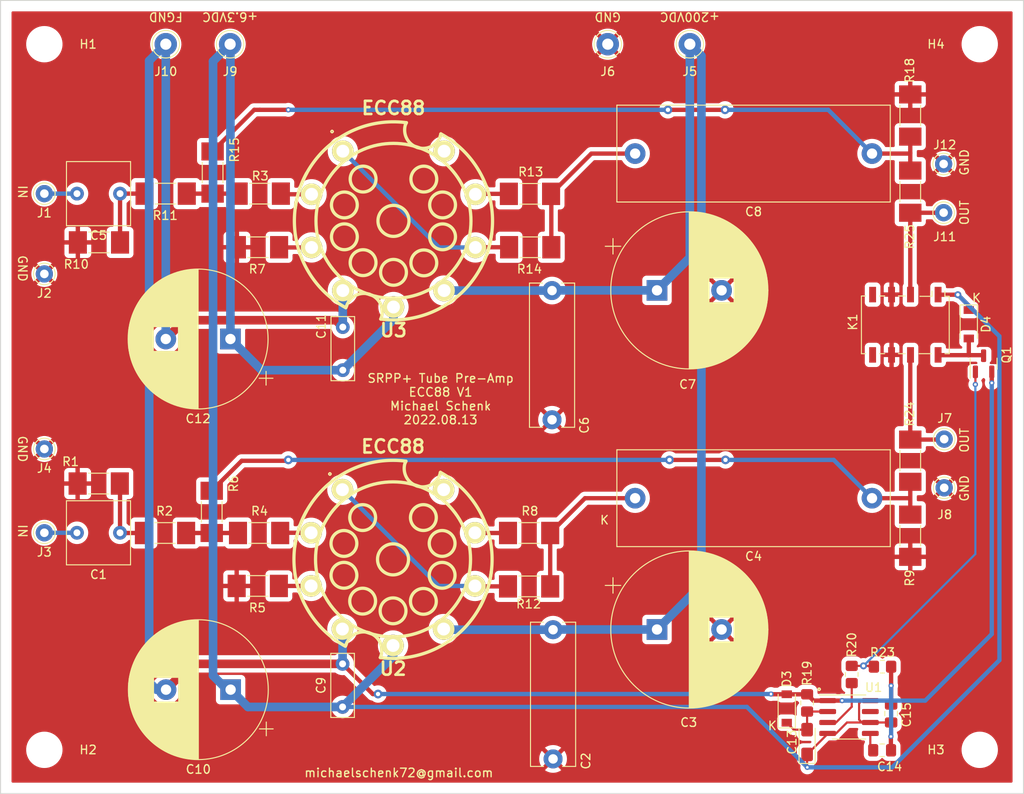
<source format=kicad_pcb>
(kicad_pcb (version 20211014) (generator pcbnew)
  (layers (0 "F.Cu" signal) (31 "B.Cu" signal) (34 "B.Paste" user) (35 "F.Paste" user) (36 "B.SilkS" user "B.Silkscreen") (37 "F.SilkS" user "F.Silkscreen") (38 "B.Mask" user) (39 "F.Mask" user) (44 "Edge.Cuts" user))
  (net 0 "")
  (net 1 "Net-(C1-Pad2)")
  (net 2 "Net-(C1-Pad1)")
  (net 3 "GND")
  (net 4 "VDDA")
  (net 5 "Net-(C4-Pad2)")
  (net 6 "Net-(C4-Pad1)")
  (net 7 "Net-(R25-Pad2)")
  (net 8 "Net-(C5-Pad2)")
  (net 9 "Net-(C5-Pad1)")
  (net 10 "Net-(C8-Pad2)")
  (net 11 "FVCC")
  (net 12 "Net-(R11-Pad1)")
  (net 13 "FGND")
  (net 14 "Net-(R6-Pad2)")
  (net 15 "Net-(R3-Pad2)")
  (net 16 "Net-(R4-Pad2)")
  (net 17 "Net-(C13-Pad2)")
  (net 18 "Net-(C14-Pad1)")
  (net 19 "Net-(D4-Pad2)")
  (net 20 "Net-(J11-Pad1)")
  (net 21 "Net-(Q1-Pad1)")
  (net 22 "Net-(R20-Pad2)")
  (net 23 "Net-(J7-Pad1)")
  (net 27 "Net-(R5-Pad1)")
  (net 28 "Net-(R7-Pad1)")
  (net 29 "Net-(R8-Pad1)")
  (net 30 "Net-(R12-Pad2)")
  (net 31 "Net-(R13-Pad1)")
  (net 32 "Net-(R14-Pad2)")
  (footprint "Capacitor_THT:C_Rect_L7.2mm_W7.2mm_P5.00mm_FKS2_FKP2_MKS2_MKP2" (layer "F.Cu") (at 52.5996 132.9182 180)
    (fp_text reference "C1" (at 2.5 -4.85) (layer "F.SilkS"))
    (fp_text value "3.3uF")
    (pad "1" thru_hole circle (at 0 0 180) (size 1.6 1.6) (drill 0.8) (layers *.Cu *.Mask) (net 2 "Net-(C1-Pad1)"))
    (pad "2" thru_hole circle (at 5 0 180) (size 1.6 1.6) (drill 0.8) (layers *.Cu *.Mask) (net 1 "Net-(C1-Pad2)"))
  )
  (footprint "Capacitor_THT:C_Rect_L16.5mm_W5.0mm_P15.00mm_MKT" (layer "F.Cu") (at 102.87 144.1704 -90)
    (fp_text reference "C2" (at 15.24 -3.81 90) (layer "F.SilkS"))
    (fp_text value "100nF")
    (pad "1" thru_hole circle (at 0 0 270) (size 2.2 2.2) (drill 1.1) (layers *.Cu *.Mask) (net 4 "VDDA"))
    (pad "2" thru_hole circle (at 15 0 270) (size 2.2 2.2) (drill 1.1) (layers *.Cu *.Mask) (net 3 "GND"))
  )
  (footprint "Capacitor_THT:CP_Radial_D18.0mm_P7.50mm" (layer "F.Cu") (at 114.935 144.145)
    (fp_text reference "C3" (at 3.683 10.795) (layer "F.SilkS"))
    (fp_text value "100uF")
    (pad "1" thru_hole rect (at 0 0) (size 2.4 2.4) (drill 1.2) (layers *.Cu *.Mask) (net 4 "VDDA"))
    (pad "2" thru_hole circle (at 7.5 0) (size 2.4 2.4) (drill 1.2) (layers *.Cu *.Mask) (net 3 "GND"))
  )
  (footprint "Capacitor_THT:C_Rect_L31.5mm_W11.0mm_P27.50mm_MKS4" (layer "F.Cu") (at 139.895 128.905 180)
    (fp_text reference "C4" (at 13.75 -6.75) (layer "F.SilkS"))
    (fp_text value "2.2uF")
    (pad "1" thru_hole circle (at 0 0 180) (size 2.4 2.4) (drill 1.2) (layers *.Cu *.Mask) (net 6 "Net-(C4-Pad1)"))
    (pad "2" thru_hole circle (at 27.5 0 180) (size 2.4 2.4) (drill 1.2) (layers *.Cu *.Mask) (net 5 "Net-(C4-Pad2)"))
  )
  (footprint "MountingHole:MountingHole_3.2mm_M3" (layer "F.Cu") (at 43.815 76.2)
    (fp_text reference "H1" (at 5.08 0) (layer "F.SilkS"))
    (fp_text value "MountingHole")
    (pad "" np_thru_hole circle (at 0 0) (size 3.2 3.2) (drill 3.2) (layers *.Cu *.Mask))
  )
  (footprint "MountingHole:MountingHole_3.2mm_M3" (layer "F.Cu") (at 43.815 158.115)
    (fp_text reference "H2" (at 5.08 0) (layer "F.SilkS"))
    (fp_text value "MountingHole")
    (pad "" np_thru_hole circle (at 0 0) (size 3.2 3.2) (drill 3.2) (layers *.Cu *.Mask))
  )
  (footprint "MountingHole:MountingHole_3.2mm_M3" (layer "F.Cu") (at 152.4 158.115)
    (fp_text reference "H3" (at -5.08 0) (layer "F.SilkS"))
    (fp_text value "MountingHole")
    (pad "" np_thru_hole circle (at 0 0) (size 3.2 3.2) (drill 3.2) (layers *.Cu *.Mask))
  )
  (footprint "MountingHole:MountingHole_3.2mm_M3" (layer "F.Cu") (at 152.4 76.2)
    (fp_text reference "H4" (at -5.08 0) (layer "F.SilkS"))
    (fp_text value "MountingHole")
    (pad "" np_thru_hole circle (at 0 0) (size 3.2 3.2) (drill 3.2) (layers *.Cu *.Mask))
  )
  (footprint "Connector_Pin:Pin_D1.0mm_L10.0mm" (layer "F.Cu") (at 43.815 132.9182)
    (fp_text reference "J3" (at 0 2.25) (layer "F.SilkS"))
    (fp_text value "Conn_01x01")
    (pad "1" thru_hole circle (at 0 0) (size 2 2) (drill 1) (layers *.Cu *.Mask) (net 1 "Net-(C1-Pad2)"))
  )
  (footprint "Connector_Pin:Pin_D1.0mm_L10.0mm" (layer "F.Cu") (at 43.815 123.19)
    (fp_text reference "J4" (at 0 2.25) (layer "F.SilkS"))
    (fp_text value "Conn_01x01")
    (pad "1" thru_hole circle (at 0 0) (size 2 2) (drill 1) (layers *.Cu *.Mask) (net 3 "GND"))
  )
  (footprint "Connector_Pin:Pin_D1.3mm_L11.0mm" (layer "F.Cu") (at 118.745 76.2)
    (fp_text reference "J5" (at 0 3.175) (layer "F.SilkS"))
    (fp_text value "Conn_01x01")
    (pad "1" thru_hole circle (at 0 0) (size 2.6 2.6) (drill 1.3) (layers *.Cu *.Mask) (net 4 "VDDA"))
  )
  (footprint "Connector_Pin:Pin_D1.3mm_L11.0mm" (layer "F.Cu") (at 109.22 76.2)
    (fp_text reference "J6" (at 0 3.175) (layer "F.SilkS"))
    (fp_text value "Conn_01x01")
    (pad "1" thru_hole circle (at 0 0) (size 2.6 2.6) (drill 1.3) (layers *.Cu *.Mask) (net 3 "GND"))
  )
  (footprint "Connector_Pin:Pin_D1.0mm_L10.0mm" (layer "F.Cu") (at 148.2725 127.6985)
    (fp_text reference "J8" (at 0.0635 3.1115) (layer "F.SilkS"))
    (fp_text value "Conn_01x01")
    (pad "1" thru_hole circle (at 0 0) (size 2 2) (drill 1) (layers *.Cu *.Mask) (net 3 "GND"))
  )
  (footprint "Resistor_SMD:R_MELF_MMB-0207" (layer "F.Cu") (at 50.128 127.2032 180)
    (fp_text reference "R1" (at 3.265 2.54) (layer "F.SilkS"))
    (fp_text value "1Meg")
    (pad "1" smd rect (at -2.45 0 180) (size 2.1 2.6) (layers "F.Cu" "F.Paste" "F.Mask") (net 2 "Net-(C1-Pad1)"))
    (pad "2" smd rect (at 2.45 0 180) (size 2.1 2.6) (layers "F.Cu" "F.Paste" "F.Mask") (net 3 "GND"))
  )
  (footprint "Resistor_SMD:R_MELF_MMB-0207" (layer "F.Cu") (at 57.822 132.9436 180)
    (fp_text reference "R2" (at 0.05 2.54) (layer "F.SilkS"))
    (fp_text value "47k")
    (pad "1" smd rect (at -2.45 0 180) (size 2.1 2.6) (layers "F.Cu" "F.Paste" "F.Mask") (net 14 "Net-(R6-Pad2)"))
    (pad "2" smd rect (at 2.45 0 180) (size 2.1 2.6) (layers "F.Cu" "F.Paste" "F.Mask") (net 2 "Net-(C1-Pad1)"))
  )
  (footprint "Resistor_SMD:R_MELF_MMB-0207" (layer "F.Cu") (at 68.8224 93.55)
    (fp_text reference "R3" (at 0.05 -2.05) (layer "F.SilkS"))
    (fp_text value "300R")
    (pad "1" smd rect (at -2.45 0) (size 2.1 2.6) (layers "F.Cu" "F.Paste" "F.Mask") (net 12 "Net-(R11-Pad1)"))
    (pad "2" smd rect (at 2.45 0) (size 2.1 2.6) (layers "F.Cu" "F.Paste" "F.Mask") (net 15 "Net-(R3-Pad2)"))
  )
  (footprint "Resistor_SMD:R_MELF_MMB-0207" (layer "F.Cu") (at 68.744 132.9436)
    (fp_text reference "R4" (at 0.05 -2.54) (layer "F.SilkS"))
    (fp_text value "300R")
    (pad "1" smd rect (at -2.45 0) (size 2.1 2.6) (layers "F.Cu" "F.Paste" "F.Mask") (net 14 "Net-(R6-Pad2)"))
    (pad "2" smd rect (at 2.45 0) (size 2.1 2.6) (layers "F.Cu" "F.Paste" "F.Mask") (net 16 "Net-(R4-Pad2)"))
  )
  (footprint "Resistor_SMD:R_MELF_MMB-0207" (layer "F.Cu") (at 68.5916 139.0904 180)
    (fp_text reference "R5" (at 0.05 -2.54) (layer "F.SilkS"))
    (fp_text value "200R")
    (pad "1" smd rect (at -2.45 0 180) (size 2.1 2.6) (layers "F.Cu" "F.Paste" "F.Mask") (net 27 "Net-(R5-Pad1)"))
    (pad "2" smd rect (at 2.45 0 180) (size 2.1 2.6) (layers "F.Cu" "F.Paste" "F.Mask") (net 3 "GND"))
  )
  (footprint "Resistor_SMD:R_MELF_MMB-0207" (layer "F.Cu") (at 63.246 130.4936 -90)
    (fp_text reference "R6" (at -3.265 -2.54 90) (layer "F.SilkS"))
    (fp_text value "100k")
    (pad "1" smd rect (at -2.45 0 270) (size 2.1 2.6) (layers "F.Cu" "F.Paste" "F.Mask") (net 6 "Net-(C4-Pad1)"))
    (pad "2" smd rect (at 2.45 0 270) (size 2.1 2.6) (layers "F.Cu" "F.Paste" "F.Mask") (net 14 "Net-(R6-Pad2)"))
  )
  (footprint "Resistor_SMD:R_MELF_MMB-0207" (layer "F.Cu") (at 68.617 99.7712 180)
    (fp_text reference "R7" (at 0.09 -2.54) (layer "F.SilkS"))
    (fp_text value "200R")
    (pad "1" smd rect (at -2.45 0 180) (size 2.1 2.6) (layers "F.Cu" "F.Paste" "F.Mask") (net 28 "Net-(R7-Pad1)"))
    (pad "2" smd rect (at 2.45 0 180) (size 2.1 2.6) (layers "F.Cu" "F.Paste" "F.Mask") (net 3 "GND"))
  )
  (footprint "Resistor_SMD:R_MELF_MMB-0207" (layer "F.Cu") (at 100.0876 132.9436)
    (fp_text reference "R8" (at 0.09 -2.54) (layer "F.SilkS"))
    (fp_text value "150R")
    (pad "1" smd rect (at -2.45 0) (size 2.1 2.6) (layers "F.Cu" "F.Paste" "F.Mask") (net 29 "Net-(R8-Pad1)"))
    (pad "2" smd rect (at 2.45 0) (size 2.1 2.6) (layers "F.Cu" "F.Paste" "F.Mask") (net 5 "Net-(C4-Pad2)"))
  )
  (footprint "Resistor_SMD:R_MELF_MMB-0207" (layer "F.Cu") (at 144.3355 133.26 90)
    (fp_text reference "R9" (at -4.916 -0.0635 90) (layer "F.SilkS"))
    (fp_text value "1Meg")
    (pad "1" smd rect (at -2.45 0 90) (size 2.1 2.6) (layers "F.Cu" "F.Paste" "F.Mask") (net 3 "GND"))
    (pad "2" smd rect (at 2.45 0 90) (size 2.1 2.6) (layers "F.Cu" "F.Paste" "F.Mask") (net 6 "Net-(C4-Pad1)"))
  )
  (footprint "Capacitor_THT:C_Rect_L7.2mm_W7.2mm_P5.00mm_FKS2_FKP2_MKS2_MKP2" (layer "F.Cu") (at 52.6034 93.5482 180)
    (fp_text reference "C5" (at 2.5 -4.85) (layer "F.SilkS"))
    (fp_text value "3.3uF")
    (pad "1" thru_hole circle (at 0 0 180) (size 1.6 1.6) (drill 0.8) (layers *.Cu *.Mask) (net 9 "Net-(C5-Pad1)"))
    (pad "2" thru_hole circle (at 5 0 180) (size 1.6 1.6) (drill 0.8) (layers *.Cu *.Mask) (net 8 "Net-(C5-Pad2)"))
  )
  (footprint "Capacitor_THT:C_Rect_L16.5mm_W5.0mm_P15.00mm_MKT" (layer "F.Cu") (at 102.75 104.8 -90)
    (fp_text reference "C6" (at 15.635 -3.75 90) (layer "F.SilkS"))
    (fp_text value "100nF")
    (pad "1" thru_hole circle (at 0 0 270) (size 2.2 2.2) (drill 1.1) (layers *.Cu *.Mask) (net 4 "VDDA"))
    (pad "2" thru_hole circle (at 15 0 270) (size 2.2 2.2) (drill 1.1) (layers *.Cu *.Mask) (net 3 "GND"))
  )
  (footprint "Capacitor_THT:CP_Radial_D18.0mm_P7.50mm" (layer "F.Cu") (at 114.935 104.775)
    (fp_text reference "C7" (at 3.556 10.922) (layer "F.SilkS"))
    (fp_text value "100uF")
    (pad "1" thru_hole rect (at 0 0) (size 2.4 2.4) (drill 1.2) (layers *.Cu *.Mask) (net 4 "VDDA"))
    (pad "2" thru_hole circle (at 7.5 0) (size 2.4 2.4) (drill 1.2) (layers *.Cu *.Mask) (net 3 "GND"))
  )
  (footprint "Capacitor_THT:C_Rect_L31.5mm_W11.0mm_P27.50mm_MKS4" (layer "F.Cu") (at 139.895 88.9 180)
    (fp_text reference "C8" (at 13.75 -6.75) (layer "F.SilkS"))
    (fp_text value "2.2uF")
    (pad "1" thru_hole circle (at 0 0 180) (size 2.4 2.4) (drill 1.2) (layers *.Cu *.Mask) (net 7 "Net-(R25-Pad2)"))
    (pad "2" thru_hole circle (at 27.5 0 180) (size 2.4 2.4) (drill 1.2) (layers *.Cu *.Mask) (net 10 "Net-(C8-Pad2)"))
  )
  (footprint "Connector_Pin:Pin_D1.0mm_L10.0mm" (layer "F.Cu") (at 43.815 93.5482)
    (fp_text reference "J1" (at 0 2.25) (layer "F.SilkS"))
    (fp_text value "Conn_01x01")
    (pad "1" thru_hole circle (at 0 0) (size 2 2) (drill 1) (layers *.Cu *.Mask) (net 8 "Net-(C5-Pad2)"))
  )
  (footprint "Connector_Pin:Pin_D1.0mm_L10.0mm" (layer "F.Cu") (at 43.815 102.87)
    (fp_text reference "J2" (at 0 2.25) (layer "F.SilkS"))
    (fp_text value "Conn_01x01")
    (pad "1" thru_hole circle (at 0 0) (size 2 2) (drill 1) (layers *.Cu *.Mask) (net 3 "GND"))
  )
  (footprint "Connector_Pin:Pin_D1.3mm_L11.0mm" (layer "F.Cu") (at 65.3796 76.2)
    (fp_text reference "J9" (at 0 3.175) (layer "F.SilkS"))
    (fp_text value "Conn_01x01")
    (pad "1" thru_hole circle (at 0 0) (size 2.6 2.6) (drill 1.3) (layers *.Cu *.Mask) (net 11 "FVCC"))
  )
  (footprint "Connector_Pin:Pin_D1.3mm_L11.0mm" (layer "F.Cu") (at 57.912 76.2)
    (fp_text reference "J10" (at 0 3.175) (layer "F.SilkS"))
    (fp_text value "Conn_01x01")
    (pad "1" thru_hole circle (at 0 0) (size 2.6 2.6) (drill 1.3) (layers *.Cu *.Mask) (net 13 "FGND"))
  )
  (footprint "Connector_Pin:Pin_D1.0mm_L10.0mm" (layer "F.Cu") (at 148.209 95.758)
    (fp_text reference "J11" (at 0.127 2.794) (layer "F.SilkS"))
    (fp_text value "Conn_01x01")
    (pad "1" thru_hole circle (at 0 0) (size 2 2) (drill 1) (layers *.Cu *.Mask) (net 20 "Net-(J11-Pad1)"))
  )
  (footprint "Connector_Pin:Pin_D1.0mm_L10.0mm" (layer "F.Cu") (at 148.209 90.1065)
    (fp_text reference "J12" (at 0.127 -2.2225) (layer "F.SilkS"))
    (fp_text value "Conn_01x01")
    (pad "1" thru_hole circle (at 0 0) (size 2 2) (drill 1) (layers *.Cu *.Mask) (net 3 "GND"))
  )
  (footprint "Resistor_SMD:R_MELF_MMB-0207" (layer "F.Cu") (at 50.1534 99.2124 180)
    (fp_text reference "R10" (at 2.63 -2.54) (layer "F.SilkS"))
    (fp_text value "1Meg")
    (pad "1" smd rect (at -2.45 0 180) (size 2.1 2.6) (layers "F.Cu" "F.Paste" "F.Mask") (net 9 "Net-(C5-Pad1)"))
    (pad "2" smd rect (at 2.45 0 180) (size 2.1 2.6) (layers "F.Cu" "F.Paste" "F.Mask") (net 3 "GND"))
  )
  (footprint "Resistor_SMD:R_MELF_MMB-0207" (layer "F.Cu") (at 57.8982 93.5482 180)
    (fp_text reference "R11" (at 0.05 -2.54) (layer "F.SilkS"))
    (fp_text value "47k")
    (pad "1" smd rect (at -2.45 0 180) (size 2.1 2.6) (layers "F.Cu" "F.Paste" "F.Mask") (net 12 "Net-(R11-Pad1)"))
    (pad "2" smd rect (at 2.45 0 180) (size 2.1 2.6) (layers "F.Cu" "F.Paste" "F.Mask") (net 9 "Net-(C5-Pad1)"))
  )
  (footprint "Resistor_SMD:R_MELF_MMB-0207" (layer "F.Cu") (at 100.0876 139.1412 180)
    (fp_text reference "R12" (at 0.05 -2.05) (layer "F.SilkS"))
    (fp_text value "50.1R")
    (pad "1" smd rect (at -2.45 0 180) (size 2.1 2.6) (layers "F.Cu" "F.Paste" "F.Mask") (net 5 "Net-(C4-Pad2)"))
    (pad "2" smd rect (at 2.45 0 180) (size 2.1 2.6) (layers "F.Cu" "F.Paste" "F.Mask") (net 30 "Net-(R12-Pad2)"))
  )
  (footprint "Resistor_SMD:R_MELF_MMB-0207" (layer "F.Cu") (at 100.1892 93.5736)
    (fp_text reference "R13" (at 0.09 -2.54) (layer "F.SilkS"))
    (fp_text value "150R")
    (pad "1" smd rect (at -2.45 0) (size 2.1 2.6) (layers "F.Cu" "F.Paste" "F.Mask") (net 31 "Net-(R13-Pad1)"))
    (pad "2" smd rect (at 2.45 0) (size 2.1 2.6) (layers "F.Cu" "F.Paste" "F.Mask") (net 10 "Net-(C8-Pad2)"))
  )
  (footprint "Resistor_SMD:R_MELF_MMB-0207" (layer "F.Cu") (at 100.2168 99.7712 180)
    (fp_text reference "R14" (at 0.09 -2.54) (layer "F.SilkS"))
    (fp_text value "50.1R")
    (pad "1" smd rect (at -2.45 0 180) (size 2.1 2.6) (layers "F.Cu" "F.Paste" "F.Mask") (net 10 "Net-(C8-Pad2)"))
    (pad "2" smd rect (at 2.45 0 180) (size 2.1 2.6) (layers "F.Cu" "F.Paste" "F.Mask") (net 32 "Net-(R14-Pad2)"))
  )
  (footprint "Resistor_SMD:R_MELF_MMB-0207" (layer "F.Cu") (at 63.3476 91.1 -90)
    (fp_text reference "R15" (at -2.63 -2.54 90) (layer "F.SilkS"))
    (fp_text value "100k")
    (pad "1" smd rect (at -2.45 0 270) (size 2.1 2.6) (layers "F.Cu" "F.Paste" "F.Mask") (net 7 "Net-(R25-Pad2)"))
    (pad "2" smd rect (at 2.45 0 270) (size 2.1 2.6) (layers "F.Cu" "F.Paste" "F.Mask") (net 12 "Net-(R11-Pad1)"))
  )
  (footprint "Resistor_SMD:R_MELF_MMB-0207" (layer "F.Cu") (at 144.3355 84.4815 90)
    (fp_text reference "R18" (at 5.2335 -0.0635 90) (layer "F.SilkS"))
    (fp_text value "1Meg")
    (pad "1" smd rect (at -2.45 0 90) (size 2.1 2.6) (layers "F.Cu" "F.Paste" "F.Mask") (net 7 "Net-(R25-Pad2)"))
    (pad "2" smd rect (at 2.45 0 90) (size 2.1 2.6) (layers "F.Cu" "F.Paste" "F.Mask") (net 3 "GND"))
  )
  (footprint "Capacitor_THT:C_Rect_L7.2mm_W2.5mm_P5.00mm_FKS2_FKP2_MKS2_MKP2" (layer "F.Cu") (at 78.4352 153.1366 90)
    (fp_text reference "C9" (at 2.5 -2.5 90) (layer "F.SilkS"))
    (fp_text value "100nF")
    (pad "1" thru_hole circle (at 0 0 90) (size 1.6 1.6) (drill 0.8) (layers *.Cu *.Mask) (net 11 "FVCC"))
    (pad "2" thru_hole circle (at 5 0 90) (size 1.6 1.6) (drill 0.8) (layers *.Cu *.Mask) (net 13 "FGND"))
  )
  (footprint "Capacitor_THT:CP_Radial_D16.0mm_P7.50mm" (layer "F.Cu") (at 65.439617 151.13 180)
    (fp_text reference "C10" (at 3.75 -9.25) (layer "F.SilkS"))
    (fp_text value "2200uF")
    (pad "1" thru_hole rect (at 0 0 180) (size 2.4 2.4) (drill 1.2) (layers *.Cu *.Mask) (net 11 "FVCC"))
    (pad "2" thru_hole circle (at 7.5 0 180) (size 2.4 2.4) (drill 1.2) (layers *.Cu *.Mask) (net 13 "FGND"))
  )
  (footprint "Capacitor_THT:C_Rect_L7.2mm_W2.5mm_P5.00mm_FKS2_FKP2_MKS2_MKP2" (layer "F.Cu") (at 78.4606 114.0422 90)
    (fp_text reference "C11" (at 5.08 -2.5 90) (layer "F.SilkS"))
    (fp_text value "100nF")
    (pad "1" thru_hole circle (at 0 0 90) (size 1.6 1.6) (drill 0.8) (layers *.Cu *.Mask) (net 11 "FVCC"))
    (pad "2" thru_hole circle (at 5 0 90) (size 1.6 1.6) (drill 0.8) (layers *.Cu *.Mask) (net 13 "FGND"))
  )
  (footprint "Capacitor_THT:CP_Radial_D16.0mm_P7.50mm" (layer "F.Cu") (at 65.414217 110.424512 180)
    (fp_text reference "C12" (at 3.75 -9.25) (layer "F.SilkS"))
    (fp_text value "2200uF")
    (pad "1" thru_hole rect (at 0 0 180) (size 2.4 2.4) (drill 1.2) (layers *.Cu *.Mask) (net 11 "FVCC"))
    (pad "2" thru_hole circle (at 7.5 0 180) (size 2.4 2.4) (drill 1.2) (layers *.Cu *.Mask) (net 13 "FGND"))
  )
  (footprint "Relay_SMD:Relay_DPDT_Omron_G6K-2F-Y" (layer "F.Cu") (at 143.764 108.768 -90)
    (fp_text reference "K1" (at -0.31 6.096 90) (layer "F.SilkS"))
    (fp_text value "G6K-2")
    (pad "1" smd rect (at -3.5 -3.8 270) (size 1.8 0.8) (layers "F.Cu" "F.Paste" "F.Mask") (net 11 "FVCC"))
    (pad "2" smd rect (at -3.5 -0.6 270) (size 1.8 0.8) (layers "F.Cu" "F.Paste" "F.Mask") (net 20 "Net-(J11-Pad1)"))
    (pad "3" smd rect (at -3.5 1.6 270) (size 1.8 0.8) (layers "F.Cu" "F.Paste" "F.Mask") (net 3 "GND"))
    (pad "4" smd rect (at -3.5 3.8 270) (size 1.8 0.8) (layers "F.Cu" "F.Paste" "F.Mask"))
    (pad "5" smd rect (at 3.5 3.8 270) (size 1.8 0.8) (layers "F.Cu" "F.Paste" "F.Mask"))
    (pad "6" smd rect (at 3.5 1.6 270) (size 1.8 0.8) (layers "F.Cu" "F.Paste" "F.Mask") (net 3 "GND"))
    (pad "7" smd rect (at 3.5 -0.6 270) (size 1.8 0.8) (layers "F.Cu" "F.Paste" "F.Mask") (net 23 "Net-(J7-Pad1)"))
    (pad "8" smd rect (at 3.5 -3.8 270) (size 1.8 0.8) (layers "F.Cu" "F.Paste" "F.Mask") (net 19 "Net-(D4-Pad2)"))
  )
  (footprint "Capacitor_Tantalum_SMD:CP_EIA-3216-12_Kemet-S_Pad1.58x1.35mm_HandSolder" (layer "F.Cu") (at 132.3594 157.2109 90)
    (fp_text reference "C13" (at 0 -1.75 90) (layer "F.SilkS"))
    (fp_text value "15uF/25V")
    (pad "1" smd roundrect (at -1.4375 0 90) (size 1.575 1.35) (layers "F.Cu" "F.Paste" "F.Mask") (roundrect_rratio 0.185185) (net 11 "FVCC"))
    (pad "2" smd roundrect (at 1.4375 0 90) (size 1.575 1.35) (layers "F.Cu" "F.Paste" "F.Mask") (roundrect_rratio 0.185185) (net 17 "Net-(C13-Pad2)"))
  )
  (footprint "Capacitor_SMD:C_0805_2012Metric_Pad1.18x1.45mm_HandSolder" (layer "F.Cu") (at 141.0677 158.1658)
    (fp_text reference "C14" (at 0.8675 1.905) (layer "F.SilkS"))
    (fp_text value "100nF/50V")
    (pad "1" smd roundrect (at -1.0375 0) (size 1.175 1.45) (layers "F.Cu" "F.Paste" "F.Mask") (roundrect_rratio 0.212766) (net 18 "Net-(C14-Pad1)"))
    (pad "2" smd roundrect (at 1.0375 0) (size 1.175 1.45) (layers "F.Cu" "F.Paste" "F.Mask") (roundrect_rratio 0.212766) (net 13 "FGND"))
  )
  (footprint "Capacitor_SMD:C_0805_2012Metric_Pad1.18x1.45mm_HandSolder" (layer "F.Cu") (at 142.113 153.9025 90)
    (fp_text reference "C15" (at -0.1485 1.778 90) (layer "F.SilkS"))
    (fp_text value "100nF/50V")
    (pad "1" smd roundrect (at -1.0375 0 90) (size 1.175 1.45) (layers "F.Cu" "F.Paste" "F.Mask") (roundrect_rratio 0.212766) (net 11 "FVCC"))
    (pad "2" smd roundrect (at 1.0375 0 90) (size 1.175 1.45) (layers "F.Cu" "F.Paste" "F.Mask") (roundrect_rratio 0.212766) (net 13 "FGND"))
  )
  (footprint "Diode_SMD:D_SOD-123" (layer "F.Cu") (at 129.9972 153.3134 90)
    (fp_text reference "D3" (at 3.429 0 90) (layer "F.SilkS"))
    (fp_text value "1N4148W")
    (pad "1" smd rect (at -1.65 0 90) (size 0.9 1.2) (layers "F.Cu" "F.Paste" "F.Mask") (net 17 "Net-(C13-Pad2)"))
    (pad "2" smd rect (at 1.65 0 90) (size 0.9 1.2) (layers "F.Cu" "F.Paste" "F.Mask") (net 13 "FGND"))
  )
  (footprint "Diode_SMD:D_SOD-123" (layer "F.Cu") (at 151.13 108.712 -90)
    (fp_text reference "D4" (at 0 -2 90) (layer "F.SilkS"))
    (fp_text value "1N4148W")
    (pad "1" smd rect (at -1.65 0 270) (size 0.9 1.2) (layers "F.Cu" "F.Paste" "F.Mask") (net 11 "FVCC"))
    (pad "2" smd rect (at 1.65 0 270) (size 0.9 1.2) (layers "F.Cu" "F.Paste" "F.Mask") (net 19 "Net-(D4-Pad2)"))
  )
  (footprint "Package_TO_SOT_SMD:SOT-23" (layer "F.Cu") (at 152.847 113.3 90)
    (fp_text reference "Q1" (at 1.032 2.667 90) (layer "F.SilkS"))
    (fp_text value "MMBT3904")
    (pad "1" smd roundrect (at -0.9375 -0.95 90) (size 1.475 0.6) (layers "F.Cu" "F.Paste" "F.Mask") (net 21 "Net-(Q1-Pad1)"))
    (pad "2" smd roundrect (at -0.9375 0.95 90) (size 1.475 0.6) (layers "F.Cu" "F.Paste" "F.Mask") (net 13 "FGND"))
    (pad "3" smd roundrect (at 0.9375 0 90) (size 1.475 0.6) (layers "F.Cu" "F.Paste" "F.Mask") (net 19 "Net-(D4-Pad2)"))
  )
  (footprint "Resistor_SMD:R_0805_2012Metric_Pad1.20x1.40mm_HandSolder" (layer "F.Cu") (at 132.3594 152.67 90)
    (fp_text reference "R19" (at 3.445 0 90) (layer "F.SilkS"))
    (fp_text value "2Meg")
    (pad "1" smd roundrect (at -1 0 90) (size 1.2 1.4) (layers "F.Cu" "F.Paste" "F.Mask") (roundrect_rratio 0.208333) (net 17 "Net-(C13-Pad2)"))
    (pad "2" smd roundrect (at 1 0 90) (size 1.2 1.4) (layers "F.Cu" "F.Paste" "F.Mask") (roundrect_rratio 0.208333) (net 13 "FGND"))
  )
  (footprint "Resistor_SMD:R_0805_2012Metric_Pad1.20x1.40mm_HandSolder" (layer "F.Cu") (at 137.541 149.368 -90)
    (fp_text reference "R20" (at -3.445 0 90) (layer "F.SilkS"))
    (fp_text value "2.49k")
    (pad "1" smd roundrect (at -1 0 270) (size 1.2 1.4) (layers "F.Cu" "F.Paste" "F.Mask") (roundrect_rratio 0.208333) (net 21 "Net-(Q1-Pad1)"))
    (pad "2" smd roundrect (at 1 0 270) (size 1.2 1.4) (layers "F.Cu" "F.Paste" "F.Mask") (roundrect_rratio 0.208333) (net 22 "Net-(R20-Pad2)"))
  )
  (footprint "Resistor_SMD:R_0805_2012Metric_Pad1.20x1.40mm_HandSolder" (layer "F.Cu") (at 141.113 148.463)
    (fp_text reference "R23" (at 0 -1.65) (layer "F.SilkS"))
    (fp_text value "2.49k")
    (pad "1" smd roundrect (at -1 0) (size 1.2 1.4) (layers "F.Cu" "F.Paste" "F.Mask") (roundrect_rratio 0.208333) (net 21 "Net-(Q1-Pad1)"))
    (pad "2" smd roundrect (at 1 0) (size 1.2 1.4) (layers "F.Cu" "F.Paste" "F.Mask") (roundrect_rratio 0.208333) (net 13 "FGND"))
  )
  (footprint "Package_SO:SOIC-8_3.9x4.9mm_P1.27mm" (layer "F.Cu") (at 137.222 154.305)
    (fp_text reference "U1" (at 2.859 -3.429) (layer "F.SilkS"))
    (fp_text value "TLC555xD")
    (pad "1" smd roundrect (at -2.475 -1.905) (size 1.95 0.6) (layers "F.Cu" "F.Paste" "F.Mask") (net 13 "FGND"))
    (pad "2" smd roundrect (at -2.475 -0.635) (size 1.95 0.6) (layers "F.Cu" "F.Paste" "F.Mask") (net 17 "Net-(C13-Pad2)"))
    (pad "3" smd roundrect (at -2.475 0.635) (size 1.95 0.6) (layers "F.Cu" "F.Paste" "F.Mask") (net 22 "Net-(R20-Pad2)"))
    (pad "4" smd roundrect (at -2.475 1.905) (size 1.95 0.6) (layers "F.Cu" "F.Paste" "F.Mask") (net 11 "FVCC"))
    (pad "5" smd roundrect (at 2.475 1.905) (size 1.95 0.6) (layers "F.Cu" "F.Paste" "F.Mask") (net 18 "Net-(C14-Pad1)"))
    (pad "6" smd roundrect (at 2.475 0.635) (size 1.95 0.6) (layers "F.Cu" "F.Paste" "F.Mask") (net 11 "FVCC"))
    (pad "7" smd roundrect (at 2.475 -0.635) (size 1.95 0.6) (layers "F.Cu" "F.Paste" "F.Mask"))
    (pad "8" smd roundrect (at 2.475 -1.905) (size 1.95 0.6) (layers "F.Cu" "F.Paste" "F.Mask") (net 11 "FVCC"))
  )
  (footprint "Resistor_SMD:R_MELF_MMB-0207" (layer "F.Cu") (at 144.3355 124.55 -90)
    (fp_text reference "R24" (at -5.424 0.0635 90) (layer "F.SilkS"))
    (fp_text value "470R")
    (pad "1" smd rect (at -2.45 0 270) (size 2.1 2.6) (layers "F.Cu" "F.Paste" "F.Mask") (net 23 "Net-(J7-Pad1)"))
    (pad "2" smd rect (at 2.45 0 270) (size 2.1 2.6) (layers "F.Cu" "F.Paste" "F.Mask") (net 6 "Net-(C4-Pad1)"))
  )
  (footprint "Resistor_SMD:R_MELF_MMB-0207" (layer "F.Cu") (at 144.3355 93.3185 90)
    (fp_text reference "R25" (at -5.2335 -0.0635 90) (layer "F.SilkS"))
    (fp_text value "470R")
    (pad "1" smd rect (at -2.45 0 90) (size 2.1 2.6) (layers "F.Cu" "F.Paste" "F.Mask") (net 20 "Net-(J11-Pad1)"))
    (pad "2" smd rect (at 2.45 0 90) (size 2.1 2.6) (layers "F.Cu" "F.Paste" "F.Mask") (net 7 "Net-(R25-Pad2)"))
  )
  (footprint "Connector_Pin:Pin_D1.0mm_L10.0mm" (layer "F.Cu") (at 148.2725 122.047)
    (fp_text reference "J7" (at 0.0635 -2.413) (layer "F.SilkS"))
    (fp_text value "Conn_01x01")
    (pad "1" thru_hole circle (at 0 0) (size 2 2) (drill 1) (layers *.Cu *.Mask) (net 23 "Net-(J7-Pad1)"))
  )
  (footprint "kicad-snk:TubeNoval-ECC88" (layer "F.Cu") (at 84.29244 136.0043 180)
    (fp_text reference "U2" (at 0 -12.7) (layer "F.SilkS") (effects (font (size 1.524 1.524) (thickness 0.3048))))
    (fp_text value "ECC88" (at 0 13.09878) (layer "F.SilkS") (effects (font (size 1.524 1.524) (thickness 0.3048))))
    (pad "1" thru_hole circle locked (at 5.87756 8.0899 180) (size 2.49936 2.49936) (drill 1.4986) (layers *.Cu *.Mask "F.SilkS") (net 30 "Net-(R12-Pad2)"))
    (pad "2" thru_hole circle locked (at 9.50976 3.0861 180) (size 2.49936 2.49936) (drill 1.4986) (layers *.Cu *.Mask "F.SilkS") (net 16 "Net-(R4-Pad2)"))
    (pad "3" thru_hole circle locked (at 9.50976 -3.0861 180) (size 2.49936 2.49936) (drill 1.4986) (layers *.Cu *.Mask "F.SilkS") (net 27 "Net-(R5-Pad1)"))
    (pad "4" thru_hole circle locked (at 5.87756 -8.0899 180) (size 2.49936 2.49936) (drill 1.4986) (layers *.Cu *.Mask "F.SilkS") (net 13 "FGND"))
    (pad "5" thru_hole circle locked (at 0 -9.99998 180) (size 2.49936 2.49936) (drill 1.4986) (layers *.Cu *.Mask "F.SilkS") (net 11 "FVCC"))
    (pad "6" thru_hole circle locked (at -5.87756 -8.0899 180) (size 2.49936 2.49936) (drill 1.4986) (layers *.Cu *.Mask "F.SilkS") (net 4 "VDDA"))
    (pad "7" thru_hole circle locked (at -9.50976 -3.0861 180) (size 2.49936 2.49936) (drill 1.4986) (layers *.Cu *.Mask "F.SilkS") (net 30 "Net-(R12-Pad2)"))
    (pad "8" thru_hole circle locked (at -9.50976 3.0861 180) (size 2.49936 2.49936) (drill 1.4986) (layers *.Cu *.Mask "F.SilkS") (net 29 "Net-(R8-Pad1)"))
    (pad "9" thru_hole circle locked (at -5.87756 8.0899 180) (size 2.49936 2.49936) (drill 1.4986) (layers *.Cu *.Mask "F.SilkS"))
  )
  (footprint "kicad-snk:TubeNoval-ECC88" (layer "F.Cu") (at 84.34324 96.7101 180)
    (fp_text reference "U3" (at 0 -12.7) (layer "F.SilkS") (effects (font (size 1.524 1.524) (thickness 0.3048))))
    (fp_text value "ECC88" (at 0 13.09878) (layer "F.SilkS") (effects (font (size 1.524 1.524) (thickness 0.3048))))
    (pad "1" thru_hole circle locked (at 5.87756 8.0899 180) (size 2.49936 2.49936) (drill 1.4986) (layers *.Cu *.Mask "F.SilkS") (net 32 "Net-(R14-Pad2)"))
    (pad "2" thru_hole circle locked (at 9.50976 3.0861 180) (size 2.49936 2.49936) (drill 1.4986) (layers *.Cu *.Mask "F.SilkS") (net 15 "Net-(R3-Pad2)"))
    (pad "3" thru_hole circle locked (at 9.50976 -3.0861 180) (size 2.49936 2.49936) (drill 1.4986) (layers *.Cu *.Mask "F.SilkS") (net 28 "Net-(R7-Pad1)"))
    (pad "4" thru_hole circle locked (at 5.87756 -8.0899 180) (size 2.49936 2.49936) (drill 1.4986) (layers *.Cu *.Mask "F.SilkS") (net 13 "FGND"))
    (pad "5" thru_hole circle locked (at 0 -9.99998 180) (size 2.49936 2.49936) (drill 1.4986) (layers *.Cu *.Mask "F.SilkS") (net 11 "FVCC"))
    (pad "6" thru_hole circle locked (at -5.87756 -8.0899 180) (size 2.49936 2.49936) (drill 1.4986) (layers *.Cu *.Mask "F.SilkS") (net 4 "VDDA"))
    (pad "7" thru_hole circle locked (at -9.50976 -3.0861 180) (size 2.49936 2.49936) (drill 1.4986) (layers *.Cu *.Mask "F.SilkS") (net 32 "Net-(R14-Pad2)"))
    (pad "8" thru_hole circle locked (at -9.50976 3.0861 180) (size 2.49936 2.49936) (drill 1.4986) (layers *.Cu *.Mask "F.SilkS") (net 31 "Net-(R13-Pad1)"))
    (pad "9" thru_hole circle locked (at -5.87756 8.0899 180) (size 2.49936 2.49936) (drill 1.4986) (layers *.Cu *.Mask "F.SilkS"))
  )
  (gr_line (start 38.735 71.12) (end 157.48 71.12) (layer "Edge.Cuts") (width 0.1))
  (gr_line (start 157.48 71.12) (end 157.48 163.195) (layer "Edge.Cuts") (width 0.1))
  (gr_line (start 38.735 163.195) (end 38.735 71.12) (layer "Edge.Cuts") (width 0.1))
  (gr_line (start 157.48 163.195) (end 38.735 163.195) (layer "Edge.Cuts") (width 0.1))
  (gr_text "IN" (at 41.275 132.715 270) (layer "F.SilkS") (effects (font (size 1 1))))
  (gr_text "GND" (at 41.275 123.19 270) (layer "F.SilkS") (effects (font (size 1 1))))
  (gr_text "GND" (at 41.275 102.235 270) (layer "F.SilkS") (effects (font (size 1 1))))
  (gr_text "GND" (at 150.622 89.916 90) (layer "F.SilkS") (effects (font (size 1 1))))
  (gr_text "GND" (at 150.622 127.762 90) (layer "F.SilkS") (effects (font (size 1 1))))
  (gr_text "OUT" (at 150.622 122.174 90) (layer "F.SilkS") (effects (font (size 1 1))))
  (gr_text "OUT" (at 150.622 95.758 90) (layer "F.SilkS") (effects (font (size 1 1))))
  (gr_text "+200VDC" (at 118.745 73.025 180) (layer "F.SilkS") (effects (font (size 1 1))))
  (gr_text "+6.3VDC" (at 65.3796 73.025 180) (layer "F.SilkS") (effects (font (size 1 1))))
  (gr_text "GND" (at 109.22 73.025 180) (layer "F.SilkS") (effects (font (size 1 1))))
  (gr_text "FGND" (at 57.912 73.025 180) (layer "F.SilkS") (effects (font (size 1 1))))
  (gr_text "K" (at 108.839 131.445) (layer "F.SilkS") (effects (font (size 1 1))))
  (gr_text "K" (at 152.019 105.664) (layer "F.SilkS") (effects (font (size 1 1))))
  (gr_text "°" (at 76.962 126.492) (layer "F.SilkS") (effects (font (size 1 1))))
  (gr_text "°" (at 77.216 86.741) (layer "F.SilkS") (effects (font (size 1 1))))
  (gr_text "K" (at 128.3208 155.321) (layer "F.SilkS") (effects (font (size 1 1))))
  (gr_text "°" (at 133.7564 151.4856) (layer "F.SilkS") (effects (font (size 1 1))))
  (gr_text "SRPP+ Tube Pre-Amp\nECC88 V1\nMichael Schenk\n2022.08.13" (at 89.8144 117.3988) (layer "F.SilkS") (effects (font (size 1 1))))
  (gr_text "IN" (at 41.275 93.345 270) (layer "F.SilkS") (effects (font (size 1 1))))
  (gr_text "michaelschenk72@gmail.com" (at 84.963 160.782) (layer "F.SilkS") (effects (font (size 1 1))))
  (segment (start 47.5996 132.9182) (end 43.815 132.9182) (width 0.5) (layer "B.Cu") (net 1))
  (segment (start 52.5996 132.9182) (end 52.5996 127.2248) (width 0.5) (layer "F.Cu") (net 2))
  (segment (start 52.625 132.9436) (end 52.5996 132.9182) (width 0.5) (layer "F.Cu") (net 2))
  (segment (start 55.372 132.9436) (end 52.625 132.9436) (width 0.5) (layer "F.Cu") (net 2))
  (segment (start 52.5996 127.2248) (end 52.578 127.2032) (width 0.5) (layer "F.Cu") (net 2))
  (segment (start 90.2462 144.1704) (end 90.17 144.0942) (width 1) (layer "B.Cu") (net 4))
  (segment (start 102.87 144.1704) (end 90.2462 144.1704) (width 1) (layer "B.Cu") (net 4))
  (segment (start 120.0912 77.5462) (end 118.745 76.2) (width 1) (layer "B.Cu") (net 4))
  (segment (start 102.8954 144.145) (end 102.87 144.1704) (width 1) (layer "B.Cu") (net 4))
  (segment (start 114.935 144.145) (end 102.8954 144.145) (width 1) (layer "B.Cu") (net 4))
  (segment (start 114.935 104.775) (end 118.745 100.965) (width 1) (layer "B.Cu") (net 4))
  (segment (start 102.775 104.775) (end 102.75 104.8) (width 1) (layer "B.Cu") (net 4))
  (segment (start 120.0912 138.9888) (end 120.0912 77.5462) (width 1) (layer "B.Cu") (net 4))
  (segment (start 102.75 104.8) (end 90.2208 104.8) (width 1) (layer "B.Cu") (net 4))
  (segment (start 114.935 104.775) (end 102.775 104.775) (width 1) (layer "B.Cu") (net 4))
  (segment (start 114.935 144.145) (end 120.0912 138.9888) (width 1) (layer "B.Cu") (net 4))
  (segment (start 118.745 100.965) (end 118.745 76.2) (width 1) (layer "B.Cu") (net 4))
  (segment (start 106.5762 128.905) (end 102.5376 132.9436) (width 0.5) (layer "F.Cu") (net 5))
  (segment (start 102.5376 139.1412) (end 102.5376 132.9436) (width 0.5) (layer "F.Cu") (net 5))
  (segment (start 112.395 128.905) (end 106.5762 128.905) (width 0.5) (layer "F.Cu") (net 5))
  (segment (start 116.3828 124.46) (end 122.8852 124.46) (width 0.5) (layer "F.Cu") (net 6))
  (segment (start 139.895 128.905) (end 144.272 128.905) (width 0.5) (layer "F.Cu") (net 6))
  (segment (start 63.246 128.0436) (end 66.728 124.5616) (width 0.5) (layer "F.Cu") (net 6))
  (segment (start 144.3355 130.81) (end 144.3355 127) (width 0.5) (layer "F.Cu") (net 6))
  (segment (start 66.728 124.5616) (end 72.0344 124.5616) (width 0.5) (layer "F.Cu") (net 6))
  (segment (start 72.0344 124.5616) (end 72.136 124.46) (width 0.5) (layer "F.Cu") (net 6))
  (via (at 122.8852 124.46) (size 1) (drill 0.5) (layers "F.Cu" "B.Cu") (net 6))
  (via (at 116.3828 124.46) (size 1) (drill 0.5) (layers "F.Cu" "B.Cu") (net 6))
  (via (at 72.136 124.46) (size 1) (drill 0.5) (layers "F.Cu" "B.Cu") (net 6))
  (segment (start 122.8852 124.46) (end 135.45 124.46) (width 0.5) (layer "B.Cu") (net 6))
  (segment (start 116.205 124.46) (end 90.17 124.46) (width 0.5) (layer "B.Cu") (net 6))
  (segment (start 90.17 124.46) (end 72.136 124.46) (width 0.5) (layer "B.Cu") (net 6))
  (segment (start 135.45 124.46) (end 139.895 128.905) (width 0.5) (layer "B.Cu") (net 6))
  (segment (start 116.205 124.46) (end 116.3828 124.46) (width 0.5) (layer "B.Cu") (net 6))
  (segment (start 144.272 88.9) (end 144.3355 88.8365) (width 0.5) (layer "F.Cu") (net 7))
  (segment (start 68.1776 83.82) (end 68.834 83.82) (width 0.5) (layer "F.Cu") (net 7))
  (segment (start 139.895 88.9) (end 144.272 88.9) (width 0.5) (layer "F.Cu") (net 7))
  (segment (start 68.834 83.82) (end 72.136 83.82) (width 0.5) (layer "F.Cu") (net 7))
  (segment (start 139.954 88.959) (end 139.895 88.9) (width 0.5) (layer "F.Cu") (net 7))
  (segment (start 116.205 83.82) (end 122.8344 83.82) (width 0.5) (layer "F.Cu") (net 7))
  (segment (start 144.3355 88.8365) (end 144.3355 90.8685) (width 0.5) (layer "F.Cu") (net 7))
  (segment (start 144.3355 86.9315) (end 144.3355 88.8365) (width 0.5) (layer "F.Cu") (net 7))
  (segment (start 63.3476 88.65) (end 68.1776 83.82) (width 0.5) (layer "F.Cu") (net 7))
  (via (at 122.8344 83.82) (size 1) (drill 0.5) (layers "F.Cu" "B.Cu") (net 7))
  (via (at 72.136 83.82) (size 0.6) (drill 0.3) (layers "F.Cu" "B.Cu") (net 7))
  (via (at 116.205 83.82) (size 1) (drill 0.5) (layers "F.Cu" "B.Cu") (net 7))
  (segment (start 116.205 83.82) (end 72.136 83.82) (width 0.5) (layer "B.Cu") (net 7))
  (segment (start 122.8344 83.82) (end 134.815 83.82) (width 0.5) (layer "B.Cu") (net 7))
  (segment (start 139.954 88.959) (end 139.895 88.9) (width 0.5) (layer "B.Cu") (net 7))
  (segment (start 139.895 88.9) (end 134.815 83.82) (width 0.5) (layer "B.Cu") (net 7))
  (segment (start 47.6034 93.5482) (end 43.815 93.5482) (width 0.5) (layer "B.Cu") (net 8))
  (segment (start 52.6034 93.5482) (end 52.6034 99.2124) (width 0.5) (layer "F.Cu") (net 9))
  (segment (start 52.6034 93.5482) (end 55.4482 93.5482) (width 0.5) (layer "F.Cu") (net 9))
  (segment (start 102.6668 99.7712) (end 102.6668 93.6012) (width 0.5) (layer "F.Cu") (net 10))
  (segment (start 107.3128 88.9) (end 102.6392 93.5736) (width 0.5) (layer "F.Cu") (net 10))
  (segment (start 102.6668 93.6012) (end 102.6392 93.5736) (width 0.5) (layer "F.Cu") (net 10))
  (segment (start 112.395 88.9) (end 107.3128 88.9) (width 0.5) (layer "F.Cu") (net 10))
  (segment (start 151.131 107.061) (end 151.13 107.062) (width 0.5) (layer "F.Cu") (net 11))
  (segment (start 151.13 107.062) (end 151.13 106.553) (width 0.5) (layer "F.Cu") (net 11))
  (segment (start 151.13 106.553) (end 149.86 105.283) (width 0.5) (layer "F.Cu") (net 11))
  (segment (start 132.3594 160.1216) (end 132.3848 160.147) (width 0.25) (layer "F.Cu") (net 11))
  (segment (start 138.39699 152.72501) (end 138.39699 154.61499) (width 0.25) (layer "F.Cu") (net 11))
  (segment (start 149.86 105.283) (end 147.579 105.283) (width 0.5) (layer "F.Cu") (net 11))
  (segment (start 138.722 154.94) (end 139.697 154.94) (width 0.25) (layer "F.Cu") (net 11))
  (segment (start 136.992 154.94) (end 139.697 154.94) (width 0.25) (layer "F.Cu") (net 11))
  (segment (start 132.3594 158.6484) (end 132.3594 160.1216) (width 0.25) (layer "F.Cu") (net 11))
  (segment (start 139.697 152.4) (end 138.722 152.4) (width 0.25) (layer "F.Cu") (net 11))
  (segment (start 134.747 156.2608) (end 134.747 156.21) (width 0.25) (layer "F.Cu") (net 11))
  (segment (start 134.747 156.21) (end 135.722 156.21) (width 0.25) (layer "F.Cu") (net 11))
  (segment (start 138.722 152.4) (end 138.39699 152.72501) (width 0.25) (layer "F.Cu") (net 11))
  (segment (start 142.113 154.94) (end 139.697 154.94) (width 0.25) (layer "F.Cu") (net 11))
  (segment (start 147.579 105.283) (end 147.564 105.268) (width 0.5) (layer "F.Cu") (net 11))
  (segment (start 132.3594 158.6484) (end 134.747 156.2608) (width 0.25) (layer "F.Cu") (net 11))
  (segment (start 135.722 156.21) (end 136.992 154.94) (width 0.25) (layer "F.Cu") (net 11))
  (segment (start 138.39699 154.61499) (end 138.722 154.94) (width 0.25) (layer "F.Cu") (net 11))
  (via (at 132.3848 160.147) (size 0.6) (drill 0.3) (layers "F.Cu" "B.Cu") (net 11))
  (via (at 149.86 105.283) (size 0.8) (drill 0.4) (layers "F.Cu" "B.Cu") (net 11))
  (segment (start 65.414217 110.424512) (end 65.414217 76.234617) (width 1) (layer "B.Cu") (net 11))
  (segment (start 78.4352 153.1366) (end 67.446217 153.1366) (width 1) (layer "B.Cu") (net 11))
  (segment (start 78.4352 153.1366) (end 125.3744 153.1366) (width 0.5) (layer "B.Cu") (net 11))
  (segment (start 84.455 145.99412) (end 84.43976 145.97888) (width 1) (layer "B.Cu") (net 11))
  (segment (start 84.328 106.49712) (end 84.43976 106.60888) (width 1) (layer "B.Cu") (net 11))
  (segment (start 63.3984 78.1812) (end 63.3984 149.5044) (width 1) (layer "B.Cu") (net 11))
  (segment (start 65.3796 76.2) (end 63.3984 78.1812) (width 1) (layer "B.Cu") (net 11))
  (segment (start 63.3984 149.5044) (end 65.024 151.13) (width 1) (layer "B.Cu") (net 11))
  (segment (start 142.24 160.147) (end 154.686 147.701) (width 0.5) (layer "B.Cu") (net 11))
  (segment (start 132.3848 160.147) (end 142.24 160.147) (width 0.5) (layer "B.Cu") (net 11))
  (segment (start 78.4606 114.0422) (end 69.031905 114.0422) (width 1) (layer "B.Cu") (net 11))
  (segment (start 84.34324 106.71008) (end 84.34324 108.15956) (width 1) (layer "B.Cu") (net 11))
  (segment (start 154.686 147.701) (end 154.686 110.109) (width 0.5) (layer "B.Cu") (net 11))
  (segment (start 84.29244 147.27936) (end 78.4352 153.1366) (width 1) (layer "B.Cu") (net 11))
  (segment (start 65.024 151.13) (end 65.439617 151.13) (width 1) (layer "B.Cu") (net 11))
  (segment (start 67.446217 153.1366) (end 65.439617 151.13) (width 1) (layer "B.Cu") (net 11))
  (segment (start 84.455 106.62412) (end 84.43976 106.60888) (width 1) (layer "B.Cu") (net 11))
  (segment (start 84.34324 108.15956) (end 78.4606 114.0422) (width 1) (layer "B.Cu") (net 11))
  (segment (start 65.414217 76.234617) (end 65.3796 76.2) (width 1) (layer "B.Cu") (net 11))
  (segment (start 69.031905 114.0422) (end 65.414217 110.424512) (width 1) (layer "B.Cu") (net 11))
  (segment (start 125.3744 153.1366) (end 132.3848 160.147) (width 0.5) (layer "B.Cu") (net 11))
  (segment (start 154.686 110.109) (end 149.86 105.283) (width 0.5) (layer "B.Cu") (net 11))
  (segment (start 84.29244 146.00428) (end 84.29244 147.27936) (width 1) (layer "B.Cu") (net 11))
  (segment (start 60.35 93.55) (end 60.3482 93.5482) (width 0.5) (layer "F.Cu") (net 12))
  (segment (start 63.3476 93.55) (end 60.35 93.55) (width 0.5) (layer "F.Cu") (net 12))
  (segment (start 66.3724 93.55) (end 63.3476 93.55) (width 0.5) (layer "F.Cu") (net 12))
  (segment (start 78.4606 109.0422) (end 77.660601 108.242201) (width 1) (layer "F.Cu") (net 13))
  (segment (start 130.0038 151.67) (end 129.9972 151.6634) (width 0.5) (layer "F.Cu") (net 13))
  (segment (start 82.55 151.638) (end 81.9366 151.638) (width 0.5) (layer "F.Cu") (net 13))
  (segment (start 153.797 115.5192) (end 153.797 114.3) (width 0.5) (layer "F.Cu") (net 13))
  (segment (start 134.747 152.4) (end 136.4234 152.4) (width 0.5) (layer "F.Cu") (net 13))
  (segment (start 142.113 150.6728) (end 142.113 148.463) (width 0.5) (layer "F.Cu") (net 13))
  (segment (start 134.747 152.4) (end 133.0894 152.4) (width 0.5) (layer "F.Cu") (net 13))
  (segment (start 142.113 152.865) (end 142.113 150.6728) (width 0.5) (layer "F.Cu") (net 13))
  (segment (start 60.096528 108.242201) (end 57.914217 110.424512) (width 1) (layer "F.Cu") (net 13))
  (segment (start 128.1938 151.6634) (end 128.1684 151.638) (width 0.5) (layer "F.Cu") (net 13))
  (segment (start 132.3594 151.67) (end 130.0038 151.67) (width 0.5) (layer "F.Cu") (net 13))
  (segment (start 129.9972 151.6634) (end 128.1938 151.6634) (width 0.5) (layer "F.Cu") (net 13))
  (segment (start 81.9366 151.638) (end 78.4352 148.1366) (width 0.5) (layer "F.Cu") (net 13))
  (segment (start 133.0894 152.4) (end 132.3594 151.67) (width 0.5) (layer "F.Cu") (net 13))
  (segment (start 60.933017 148.1366) (end 57.939617 151.13) (width 1) (layer "F.Cu") (net 13))
  (segment (start 78.4352 148.1366) (end 60.933017 148.1366) (width 1) (layer "F.Cu") (net 13))
  (segment (start 142.0876 156.5656) (end 142.0876 158.1482) (width 0.5) (layer "F.Cu") (net 13))
  (segment (start 77.660601 108.242201) (end 60.096528 108.242201) (width 1) (layer "F.Cu") (net 13))
  (segment (start 142.0876 158.1482) (end 142.1052 158.1658) (width 0.5) (layer "F.Cu") (net 13))
  (via (at 142.0876 156.5656) (size 0.6) (drill 0.3) (layers "F.Cu" "B.Cu") (net 13))
  (via (at 128.1684 151.638) (size 0.6) (drill 0.3) (layers "F.Cu" "B.Cu") (net 13))
  (via (at 153.797 115.5192) (size 0.6) (drill 0.3) (layers "F.Cu" "B.Cu") (net 13))
  (via (at 136.4234 152.4) (size 0.6) (drill 0.3) (layers "F.Cu" "B.Cu") (net 13))
  (via (at 142.113 150.6728) (size 0.6) (drill 0.3) (layers "F.Cu" "B.Cu") (net 13))
  (via (at 82.55 151.638) (size 1) (drill 0.5) (layers "F.Cu" "B.Cu") (net 13))
  (segment (start 78.4606 104.80508) (end 78.46568 104.8) (width 1) (layer "B.Cu") (net 13))
  (segment (start 57.914217 76.202217) (end 57.912 76.2) (width 1) (layer "B.Cu") (net 13))
  (segment (start 57.912 76.2) (end 55.9816 78.1304) (width 1) (layer "B.Cu") (net 13))
  (segment (start 78.4606 109.0422) (end 78.4606 104.80508) (width 1) (layer "B.Cu") (net 13))
  (segment (start 142.113 152.4) (end 146.0754 152.4) (width 0.5) (layer "B.Cu") (net 13))
  (segment (start 128.1684 151.638) (end 82.55 151.638) (width 0.5) (layer "B.Cu") (net 13))
  (segment (start 55.9816 150.2664) (end 56.8452 151.13) (width 1) (layer "B.Cu") (net 13))
  (segment (start 56.8452 151.13) (end 57.939617 151.13) (width 1) (layer "B.Cu") (net 13))
  (segment (start 142.113 152.4) (end 142.113 150.6728) (width 0.5) (layer "B.Cu") (net 13))
  (segment (start 136.4234 152.4) (end 142.113 152.4) (width 0.5) (layer "B.Cu") (net 13))
  (segment (start 153.797 144.6784) (end 153.797 115.5192) (width 0.5) (layer "B.Cu") (net 13))
  (segment (start 146.0754 152.4) (end 153.6446 144.8308) (width 0.5) (layer "B.Cu") (net 13))
  (segment (start 142.113 152.4) (end 142.113 156.5402) (width 0.5) (layer "B.Cu") (net 13))
  (segment (start 78.4352 144.11452) (end 78.41488 144.0942) (width 1) (layer "B.Cu") (net 13))
  (segment (start 78.4352 148.1366) (end 78.4352 144.11452) (width 1) (layer "B.Cu") (net 13))
  (segment (start 142.113 156.5402) (end 142.0876 156.5656) (width 0.5) (layer "B.Cu") (net 13))
  (segment (start 55.9816 78.1304) (end 55.9816 150.2664) (width 1) (layer "B.Cu") (net 13))
  (segment (start 153.6446 144.8308) (end 153.797 144.6784) (width 0.5) (layer "B.Cu") (net 13))
  (segment (start 57.914217 110.424512) (end 57.914217 76.202217) (width 1) (layer "B.Cu") (net 13))
  (segment (start 63.246 132.9436) (end 60.272 132.9436) (width 0.5) (layer "F.Cu") (net 14))
  (segment (start 66.294 132.9436) (end 63.246 132.9436) (width 0.5) (layer "F.Cu") (net 14))
  (segment (start 74.83348 93.624) (end 71.3464 93.624) (width 0.5) (layer "F.Cu") (net 15))
  (segment (start 71.3464 93.624) (end 71.2724 93.55) (width 0.5) (layer "F.Cu") (net 15))
  (segment (start 71.2194 132.9182) (end 71.194 132.9436) (width 0.5) (layer "F.Cu") (net 16))
  (segment (start 74.78268 132.9182) (end 71.2194 132.9182) (width 0.5) (layer "F.Cu") (net 16))
  (segment (start 132.3594 155.7734) (end 132.3594 153.67) (width 0.25) (layer "F.Cu") (net 17))
  (segment (start 129.9972 154.9634) (end 130.812 155.7782) (width 0.25) (layer "F.Cu") (net 17))
  (segment (start 132.3594 153.67) (end 134.747 153.67) (width 0.25) (layer "F.Cu") (net 17))
  (segment (start 130.812 155.7782) (end 132.3546 155.7782) (width 0.25) (layer "F.Cu") (net 17))
  (segment (start 132.3546 155.7782) (end 132.3594 155.7734) (width 0.25) (layer "F.Cu") (net 17))
  (segment (start 139.697 156.21) (end 139.697 157.8326) (width 0.25) (layer "F.Cu") (net 18))
  (segment (start 139.697 157.8326) (end 140.0302 158.1658) (width 0.25) (layer "F.Cu") (net 18))
  (segment (start 139.7 156.213) (end 139.697 156.21) (width 0.25) (layer "F.Cu") (net 18))
  (segment (start 151.13 112.2685) (end 151.0985 112.3) (width 0.5) (layer "F.Cu") (net 19))
  (segment (start 151.13 110.362) (end 151.13 112.2685) (width 0.5) (layer "F.Cu") (net 19))
  (segment (start 152.847 112.3) (end 151.0985 112.3) (width 0.5) (layer "F.Cu") (net 19))
  (segment (start 147.596 112.3) (end 147.564 112.268) (width 0.5) (layer "F.Cu") (net 19))
  (segment (start 151.0985 112.3) (end 147.596 112.3) (width 0.5) (layer "F.Cu") (net 19))
  (segment (start 147.606 112.3) (end 147.574 112.268) (width 0.5) (layer "F.Cu") (net 19))
  (segment (start 144.3355 105.2395) (end 144.364 105.268) (width 0.5) (layer "F.Cu") (net 20))
  (segment (start 148.1985 95.7685) (end 148.209 95.758) (width 0.5) (layer "F.Cu") (net 20))
  (segment (start 144.3355 95.7685) (end 148.1985 95.7685) (width 0.5) (layer "F.Cu") (net 20))
  (segment (start 144.3355 95.7685) (end 144.3355 105.2395) (width 0.5) (layer "F.Cu") (net 20))
  (segment (start 138.906 148.368) (end 140.018 148.368) (width 0.25) (layer "F.Cu") (net 21))
  (segment (start 137.541 148.368) (end 138.906 148.368) (width 0.25) (layer "F.Cu") (net 21))
  (segment (start 151.897 115.692) (end 151.892 115.697) (width 0.25) (layer "F.Cu") (net 21))
  (segment (start 140.018 148.368) (end 140.113 148.463) (width 0.25) (layer "F.Cu") (net 21))
  (segment (start 151.897 114.3) (end 151.897 115.692) (width 0.25) (layer "F.Cu") (net 21))
  (segment (start 139.478 148.368) (end 139.573 148.463) (width 0.25) (layer "F.Cu") (net 21))
  (via (at 151.892 115.697) (size 0.6) (drill 0.3) (layers "F.Cu" "B.Cu") (net 21))
  (via (at 138.906 148.368) (size 0.8) (drill 0.4) (layers "F.Cu" "B.Cu") (net 21))
  (segment (start 151.892 135.382) (end 138.906 148.368) (width 0.25) (layer "B.Cu") (net 21))
  (segment (start 151.892 115.697) (end 151.892 135.382) (width 0.25) (layer "B.Cu") (net 21))
  (segment (start 134.747 154.94) (end 135.722 154.94) (width 0.25) (layer "F.Cu") (net 22))
  (segment (start 135.722 154.94) (end 137.541 153.121) (width 0.25) (layer "F.Cu") (net 22))
  (segment (start 137.541 153.121) (end 137.541 150.368) (width 0.25) (layer "F.Cu") (net 22))
  (segment (start 148.2195 122.1) (end 148.2725 122.047) (width 0.5) (layer "F.Cu") (net 23))
  (segment (start 144.3355 122.1) (end 144.3355 112.2965) (width 0.5) (layer "F.Cu") (net 23))
  (segment (start 144.3355 122.1) (end 148.2195 122.1) (width 0.5) (layer "F.Cu") (net 23))
  (segment (start 144.3355 112.2965) (end 144.364 112.268) (width 0.5) (layer "F.Cu") (net 23))
  (segment (start 74.78268 139.0904) (end 71.0416 139.0904) (width 0.5) (layer "F.Cu") (net 27))
  (segment (start 71.092 99.7962) (end 71.067 99.7712) (width 0.5) (layer "F.Cu") (net 28))
  (segment (start 74.83348 99.7962) (end 71.092 99.7962) (width 0.5) (layer "F.Cu") (net 28))
  (segment (start 93.8276 132.9436) (end 93.8022 132.9182) (width 0.5) (layer "F.Cu") (net 29))
  (segment (start 97.6376 132.9436) (end 93.8276 132.9436) (width 0.5) (layer "F.Cu") (net 29))
  (segment (start 93.853 139.1412) (end 93.8022 139.0904) (width 0.5) (layer "F.Cu") (net 30))
  (segment (start 97.6376 139.1412) (end 93.853 139.1412) (width 0.5) (layer "F.Cu") (net 30))
  (segment (start 89.59088 139.0904) (end 78.41488 127.9144) (width 0.5) (layer "B.Cu") (net 30))
  (segment (start 93.8022 139.0904) (end 89.59088 139.0904) (width 0.5) (layer "B.Cu") (net 30))
  (segment (start 93.9034 93.5736) (end 93.853 93.624) (width 0.5) (layer "F.Cu") (net 31))
  (segment (start 97.7392 93.5736) (end 93.9034 93.5736) (width 0.5) (layer "F.Cu") (net 31))
  (segment (start 93.878 99.7712) (end 93.853 99.7962) (width 0.5) (layer "F.Cu") (net 32))
  (segment (start 97.7668 99.7712) (end 93.878 99.7712) (width 0.5) (layer "F.Cu") (net 32))
  (segment (start 93.853 99.7962) (end 89.64168 99.7962) (width 0.5) (layer "B.Cu") (net 32))
  (segment (start 89.64168 99.7962) (end 78.46568 88.6202) (width 0.5) (layer "B.Cu") (net 32))
  (zone (net 3) (net_name "GND") (layer "F.Cu") (connect_pads (clearance 0.508)) (min_thickness 0.254) (fill yes (thermal_gap 0.508) (thermal_bridge_width 0.508))
    (polygon (pts (xy 156.21 161.925) (xy 40.005 161.925) (xy 40.005 72.39) (xy 156.21 72.39)))
  )
)
</source>
